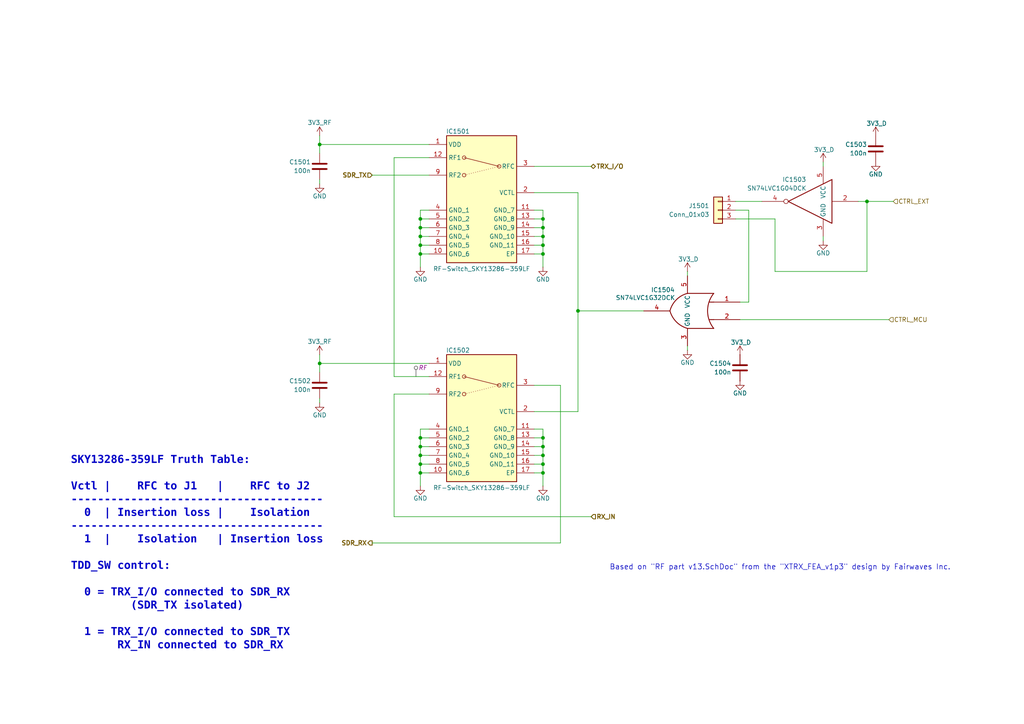
<source format=kicad_sch>
(kicad_sch (version 20231120) (generator "eeschema") (generator_version "8.0")
  (paper "A4")
  (title_block (title "RFE") (date "2024-06-01") (rev "A1") (company "LibreCellular Project - https://librecellular.org/") (comment 1 "Drawn: OK") (comment 2 "Checked: x"))
  (lib_symbols
    (symbol "74xGxx:74LVC1G04"
      (property "Reference" "IC1503" (at 3.302 6.35 0))
      (property "Value" "SN74LVC1G04DCK" (at 8.382 3.81 0))
      (symbol "74LVC1G04_1_1"
        (polyline (pts (xy -7.62 6.35) (xy -7.62 -6.35) (xy 5.08 0) (xy -7.62 6.35)) (stroke (width 0.254)))
        (pin input line (at -15.24 0 0) (length 7.62) (name "~") (number "2"))
        (pin power_in line (at -5.08 -10.16 90) (length 5.08) (name "GND") (number "3"))
        (pin output inverted (at 12.7 0 180) (length 7.62) (name "~") (number "4"))
        (pin power_in line (at -5.08 10.16 270) (length 5.08) (name "VCC") (number "5"))
      )
    )
    (symbol "74xGxx:74LVC1G32"
      (property "Reference" "U" (at -5.08 7.62 0))
      (property "Value" "74LVC1G32" (at 7.62 -7.62 0))
      (symbol "74LVC1G32_0_1"
        (arc (start -7.62 -5.08) (mid -5.838 0) (end -7.62 5.08) (stroke (width 0.254)))
        (arc (start 0 -5.08) (mid 3.1986 -3.2054) (end 5.08 0) (stroke (width 0.254)))
        (polyline (pts (xy -7.62 -2.54) (xy -6.35 -2.54)) (stroke (width 0.254)) (fill (type background)))
        (polyline (pts (xy -7.62 2.54) (xy -6.35 2.54)) (stroke (width 0.254)) (fill (type background)))
        (polyline (pts (xy 0 -5.08) (xy -7.62 -5.08)) (stroke (width 0.254)) (fill (type background)))
        (polyline (pts (xy 0 5.08) (xy -7.62 5.08)) (stroke (width 0.254)) (fill (type background)))
        (arc (start 5.08 0) (mid 3.2238 3.2304) (end 0 5.08) (stroke (width 0.254)))
      )
      (symbol "74LVC1G32_1_1"
        (pin input line (at -15.24 2.54 0) (length 7.62) (name "~") (number "1"))
        (pin input line (at -15.24 -2.54 0) (length 7.62) (name "~") (number "2"))
        (pin power_in line (at 0 -10.16 90) (length 5.08) (name "GND") (number "3"))
        (pin output line (at 12.7 0 180) (length 7.62) (name "~") (number "4"))
        (pin power_in line (at 0 10.16 270) (length 5.08) (name "VCC") (number "5"))
      )
    )
    (symbol "Connector_Generic:Conn_01x03" (pin_names (offset 1.016) hide)
      (property "Reference" "J" (at 0 5.08 0))
      (property "Value" "Conn_01x03" (at 0 -5.08 0))
      (symbol "Conn_01x03_1_1"
        (rectangle (start -1.27 -2.413) (end 0 -2.667) (stroke (width 0.1524)))
        (rectangle (start -1.27 0.127) (end 0 -0.127) (stroke (width 0.1524)))
        (rectangle (start -1.27 2.667) (end 0 2.413) (stroke (width 0.1524)))
        (rectangle (start -1.27 3.81) (end 1.27 -3.81) (stroke (width 0.254)) (fill (type background)))
        (pin passive line (at -5.08 2.54 0) (length 3.81) (name "Pin_1") (number "1"))
        (pin passive line (at -5.08 0 0) (length 3.81) (name "Pin_2") (number "2"))
        (pin passive line (at -5.08 -2.54 0) (length 3.81) (name "Pin_3") (number "3"))
      )
    )
    (symbol "Device:C" (pin_numbers hide) (pin_names (offset 0.254))
      (property "Reference" "C" (at 0.635 2.54 0))
      (property "Value" "C" (at 0.635 -2.54 0))
      (symbol "C_0_1"
        (polyline (pts (xy -2.032 -0.762) (xy 2.032 -0.762)) (stroke (width 0.508)))
        (polyline (pts (xy -2.032 0.762) (xy 2.032 0.762)) (stroke (width 0.508)))
      )
      (symbol "C_1_1"
        (pin passive line (at 0 3.81 270) (length 2.794) (name "~") (number "1"))
        (pin passive line (at 0 -3.81 90) (length 2.794) (name "~") (number "2"))
      )
    )
    (symbol "LC_RFE:RF-Switch_SKY13286-359LF"
      (property "Reference" "IC?" (at -8.89 20.32 0))
      (property "Value" "RF-Switch_SKY13286-359LF" (at 0 -19.558 0))
      (symbol "RF-Switch_SKY13286-359LF_0_1"
        (circle (center -5.08 7.62) (radius 0.508))
        (circle (center -5.08 12.7) (radius 0.508))
        (polyline (pts (xy 5.08 10.16) (xy -5.08 7.62)) (stroke (width 0) (type dot)))
        (polyline (pts (xy 5.08 10.16) (xy -5.08 12.7)))
        (circle (center 5.08 10.16) (radius 0.508))
      )
      (symbol "RF-Switch_SKY13286-359LF_1_1"
        (rectangle (start -10.16 19.05) (end 10.16 -17.78) (stroke (width 0.254)) (fill (type background)))
        (pin passive line (at -15.24 16.51 0) (length 5.08) (name "VDD") (number "1"))
        (pin passive line (at -15.24 -15.24 0) (length 5.08) (name "GND_6") (number "10"))
        (pin passive line (at 15.24 -2.54 180) (length 5.08) (name "GND_7") (number "11"))
        (pin passive line (at -15.24 12.7 0) (length 5.08) (name "RF1") (number "12"))
        (pin passive line (at 15.24 -5.08 180) (length 5.08) (name "GND_8") (number "13"))
        (pin passive line (at 15.24 -7.62 180) (length 5.08) (name "GND_9") (number "14"))
        (pin passive line (at 15.24 -10.16 180) (length 5.08) (name "GND_10") (number "15"))
        (pin passive line (at 15.24 -12.7 180) (length 5.08) (name "GND_11") (number "16"))
        (pin passive line (at 15.24 -15.24 180) (length 5.08) (name "EP") (number "17"))
        (pin passive line (at 15.24 2.54 180) (length 5.08) (name "VCTL") (number "2"))
        (pin passive line (at 15.24 10.16 180) (length 5.08) (name "RFC") (number "3"))
        (pin passive line (at -15.24 -2.54 0) (length 5.08) (name "GND_1") (number "4"))
        (pin passive line (at -15.24 -5.08 0) (length 5.08) (name "GND_2") (number "5"))
        (pin passive line (at -15.24 -7.62 0) (length 5.08) (name "GND_3") (number "6"))
        (pin passive line (at -15.24 -10.16 0) (length 5.08) (name "GND_4") (number "7"))
        (pin passive line (at -15.24 -12.7 0) (length 5.08) (name "GND_5") (number "8"))
        (pin passive line (at -15.24 7.62 0) (length 5.08) (name "RF2") (number "9"))
      )
    )
    (symbol "power:+3.3VA" (power) (pin_numbers hide) (pin_names (offset 0) hide)
      (property "Value" "+3.3VA" (at 0 3.556 0))
      (symbol "+3.3VA_0_1"
        (polyline (pts (xy -0.762 1.27) (xy 0 2.54)))
        (polyline (pts (xy 0 0) (xy 0 2.54)))
        (polyline (pts (xy 0 2.54) (xy 0.762 1.27)))
      )
      (symbol "+3.3VA_1_1"
        (pin power_in line (at 0 0 90) (length 0) (name "~") (number "1"))
      )
    )
    (symbol "power:+3V3" (power) (pin_numbers hide) (pin_names (offset 0) hide)
      (property "Value" "+3V3" (at 0 3.556 0))
      (symbol "+3V3_0_1"
        (polyline (pts (xy -0.762 1.27) (xy 0 2.54)))
        (polyline (pts (xy 0 0) (xy 0 2.54)))
        (polyline (pts (xy 0 2.54) (xy 0.762 1.27)))
      )
      (symbol "+3V3_1_1"
        (pin power_in line (at 0 0 90) (length 0) (name "~") (number "1"))
      )
    )
    (symbol "power:GND" (power) (pin_numbers hide) (pin_names (offset 0) hide)
      (property "Value" "GND" (at 0 -3.81 0))
      (symbol "GND_0_1"
        (polyline (pts (xy 0 0) (xy 0 -1.27) (xy 1.27 -1.27) (xy 0 -2.54) (xy -1.27 -1.27) (xy 0 -1.27)))
      )
      (symbol "GND_1_1"
        (pin power_in line (at 0 0 270) (length 0) (name "~") (number "1"))
      )
    )
  )
  (junction (at 251.46 58.42))
  (junction (at 121.92 71.12))
  (junction (at 121.92 132.08))
  (junction (at 167.64 90.17))
  (junction (at 157.48 68.58))
  (junction (at 121.92 66.04))
  (junction (at 157.48 134.62))
  (junction (at 92.71 105.41))
  (junction (at 157.48 137.16))
  (junction (at 157.48 129.54))
  (junction (at 157.48 63.5))
  (junction (at 157.48 71.12))
  (junction (at 121.92 63.5))
  (junction (at 121.92 137.16))
  (junction (at 157.48 132.08))
  (junction (at 92.71 41.91))
  (junction (at 157.48 66.04))
  (junction (at 121.92 68.58))
  (junction (at 121.92 134.62))
  (junction (at 157.48 127))
  (junction (at 121.92 73.66))
  (junction (at 157.48 73.66))
  (junction (at 121.92 127))
  (junction (at 121.92 129.54))
  (wire (pts (xy 121.92 127) (xy 124.46 127)))
  (wire (pts (xy 162.56 111.76) (xy 162.56 157.48)))
  (wire (pts (xy 92.71 41.91) (xy 124.46 41.91)))
  (wire (pts (xy 251.46 78.74) (xy 251.46 58.42)))
  (wire (pts (xy 167.64 90.17) (xy 167.64 119.38)))
  (wire (pts (xy 92.71 102.87) (xy 92.71 105.41)))
  (wire (pts (xy 157.48 134.62) (xy 157.48 137.16)))
  (wire (pts (xy 157.48 66.04) (xy 157.48 68.58)))
  (wire (pts (xy 124.46 60.96) (xy 121.92 60.96)))
  (wire (pts (xy 154.94 60.96) (xy 157.48 60.96)))
  (wire (pts (xy 124.46 105.41) (xy 92.71 105.41)))
  (wire (pts (xy 121.92 134.62) (xy 124.46 134.62)))
  (wire (pts (xy 154.94 127) (xy 157.48 127)))
  (wire (pts (xy 157.48 71.12) (xy 157.48 73.66)))
  (wire (pts (xy 121.92 71.12) (xy 121.92 73.66)))
  (wire (pts (xy 251.46 58.42) (xy 248.92 58.42)))
  (wire (pts (xy 121.92 63.5) (xy 124.46 63.5)))
  (wire (pts (xy 121.92 66.04) (xy 124.46 66.04)))
  (wire (pts (xy 217.17 87.63) (xy 214.63 87.63)))
  (wire (pts (xy 224.79 78.74) (xy 251.46 78.74)))
  (wire (pts (xy 154.94 129.54) (xy 157.48 129.54)))
  (wire (pts (xy 213.36 60.96) (xy 217.17 60.96)))
  (wire (pts (xy 154.94 68.58) (xy 157.48 68.58)))
  (wire (pts (xy 121.92 66.04) (xy 121.92 68.58)))
  (wire (pts (xy 92.71 105.41) (xy 92.71 107.95)))
  (wire (pts (xy 114.3 45.72) (xy 124.46 45.72)))
  (wire (pts (xy 92.71 53.34) (xy 92.71 52.07)))
  (wire (pts (xy 154.94 63.5) (xy 157.48 63.5)))
  (wire (pts (xy 238.76 46.99) (xy 238.76 48.26)))
  (wire (pts (xy 121.92 68.58) (xy 121.92 71.12)))
  (wire (pts (xy 154.94 111.76) (xy 162.56 111.76)))
  (wire (pts (xy 154.94 132.08) (xy 157.48 132.08)))
  (wire (pts (xy 92.71 41.91) (xy 92.71 44.45)))
  (wire (pts (xy 114.3 114.3) (xy 114.3 149.86)))
  (wire (pts (xy 92.71 39.37) (xy 92.71 41.91)))
  (wire (pts (xy 121.92 73.66) (xy 121.92 77.47)))
  (wire (pts (xy 121.92 124.46) (xy 121.92 127)))
  (wire (pts (xy 213.36 63.5) (xy 224.79 63.5)))
  (wire (pts (xy 157.48 124.46) (xy 157.48 127)))
  (wire (pts (xy 154.94 48.26) (xy 171.45 48.26)))
  (wire (pts (xy 154.94 124.46) (xy 157.48 124.46)))
  (wire (pts (xy 171.45 149.86) (xy 114.3 149.86)))
  (wire (pts (xy 107.95 50.8) (xy 124.46 50.8)))
  (wire (pts (xy 121.92 63.5) (xy 121.92 66.04)))
  (wire (pts (xy 124.46 114.3) (xy 114.3 114.3)))
  (wire (pts (xy 238.76 69.85) (xy 238.76 68.58)))
  (wire (pts (xy 224.79 63.5) (xy 224.79 78.74)))
  (wire (pts (xy 199.39 101.6) (xy 199.39 100.33)))
  (wire (pts (xy 213.36 58.42) (xy 220.98 58.42)))
  (wire (pts (xy 124.46 109.22) (xy 114.3 109.22)))
  (wire (pts (xy 121.92 73.66) (xy 124.46 73.66)))
  (wire (pts (xy 157.48 73.66) (xy 157.48 77.47)))
  (wire (pts (xy 157.48 132.08) (xy 157.48 134.62)))
  (wire (pts (xy 167.64 90.17) (xy 186.69 90.17)))
  (wire (pts (xy 154.94 73.66) (xy 157.48 73.66)))
  (wire (pts (xy 259.08 58.42) (xy 251.46 58.42)))
  (wire (pts (xy 121.92 129.54) (xy 124.46 129.54)))
  (wire (pts (xy 154.94 137.16) (xy 157.48 137.16)))
  (wire (pts (xy 157.48 68.58) (xy 157.48 71.12)))
  (wire (pts (xy 167.64 55.88) (xy 167.64 90.17)))
  (wire (pts (xy 121.92 127) (xy 121.92 129.54)))
  (wire (pts (xy 92.71 116.84) (xy 92.71 115.57)))
  (wire (pts (xy 121.92 137.16) (xy 121.92 140.97)))
  (wire (pts (xy 124.46 124.46) (xy 121.92 124.46)))
  (wire (pts (xy 121.92 71.12) (xy 124.46 71.12)))
  (wire (pts (xy 257.81 92.71) (xy 214.63 92.71)))
  (wire (pts (xy 121.92 132.08) (xy 124.46 132.08)))
  (wire (pts (xy 121.92 68.58) (xy 124.46 68.58)))
  (wire (pts (xy 154.94 134.62) (xy 157.48 134.62)))
  (wire (pts (xy 114.3 109.22) (xy 114.3 45.72)))
  (wire (pts (xy 157.48 129.54) (xy 157.48 132.08)))
  (wire (pts (xy 217.17 60.96) (xy 217.17 87.63)))
  (wire (pts (xy 157.48 127) (xy 157.48 129.54)))
  (wire (pts (xy 121.92 129.54) (xy 121.92 132.08)))
  (wire (pts (xy 121.92 132.08) (xy 121.92 134.62)))
  (wire (pts (xy 107.95 157.48) (xy 162.56 157.48)))
  (wire (pts (xy 157.48 60.96) (xy 157.48 63.5)))
  (wire (pts (xy 157.48 137.16) (xy 157.48 140.97)))
  (wire (pts (xy 121.92 137.16) (xy 124.46 137.16)))
  (wire (pts (xy 154.94 119.38) (xy 167.64 119.38)))
  (wire (pts (xy 121.92 60.96) (xy 121.92 63.5)))
  (wire (pts (xy 154.94 71.12) (xy 157.48 71.12)))
  (wire (pts (xy 199.39 78.74) (xy 199.39 80.01)))
  (wire (pts (xy 157.48 63.5) (xy 157.48 66.04)))
  (wire (pts (xy 121.92 134.62) (xy 121.92 137.16)))
  (wire (pts (xy 154.94 66.04) (xy 157.48 66.04)))
  (wire (pts (xy 154.94 55.88) (xy 167.64 55.88)))
  (text "Based on \"RF part v13.SchDoc\" from the \"XTRX_FEA_v1p3\" design by Fairwaves Inc." (at 176.784 164.592 0) (effects (font (size 1.524 1.524)) (justify left)))
  (text "SKY13286-359LF Truth Table:\n\nVctl |    RFC to J1   |    RFC to J2\n--------------------------------------\n  0  | Insertion loss |    Isolation\n--------------------------------------\n  1  |    Isolation   | Insertion loss\n\nTDD_SW control:\n\n  0 = TRX_I/O connected to SDR_RX\n         (SDR_TX isolated)\n\n  1 = TRX_I/O connected to SDR_TX\n       RX_IN connected to SDR_RX" (at 20.574 161.036 0) (effects (font (size 2.286 2.286) (thickness 0.4064) (bold yes)) (justify left)))
  (hierarchical_label "SDR_RX" (shape output) (at 107.95 157.48 180) (effects (font (bold yes))))
  (hierarchical_label "CTRL_MCU" (shape input) (at 257.81 92.71 0))
  (hierarchical_label "RX_IN" (shape input) (at 171.45 149.86 0) (effects (font (bold yes))))
  (hierarchical_label "CTRL_EXT" (shape input) (at 259.08 58.42 0))
  (hierarchical_label "SDR_TX" (shape input) (at 107.95 50.8 180) (effects (font (bold yes))))
  (hierarchical_label "TRX_I{slash}O" (shape bidirectional) (at 171.45 48.26 0) (effects (font (bold yes))))
  (netclass_flag "" (length 2.54) (shape round) (at 120.65 109.22 0) (property "Netclass" "RF" (at 121.3485 106.68 0) (effects (font (italic yes)) (justify left))))
  (symbol (lib_id "LC_RFE:RF-Switch_SKY13286-359LF") (at 139.7 58.42 0) (unit 1)
    (property "Reference" "IC1501" (at 132.842 38.1 0))
    (property "Value" "RF-Switch_SKY13286-359LF" (at 139.7 77.978 0))
    (property "Footprint" "LC_RFE:QFN65P400X400X100-17N-D" (effects (hide yes)))
    (property "Datasheet" "https://www.skyworksinc.com/-/media/SkyWorks/Documents/Products/101-200/SKY13286_359LF_200570K.pdf" (effects (hide yes)))
    (property "Description" "100 MHz-6 GHz GaAs High Isolation SPDT Non-Reflective Switch" (effects (hide yes)))
    (property "Height" "1" (effects (hide yes)))
    (property "Manufacturer_Name" "Skyworks" (effects (hide yes)))
    (property "Manufacturer_Part_Number" "SKY13286-359LF" (effects (hide yes)))
    (property "JLCASSY" "C3304168" (effects (hide yes)))
    (instances (project "LC_RFE-RevA1" (path "" (reference "IC1501") (unit 1)) (path "" (reference "IC1601") (unit 1))))
  )
  (symbol (lib_id "power:+3.3VA") (at 92.71 102.87 0) (unit 1)
    (property "Reference" "#PWR01521" (effects (hide yes)))
    (property "Value" "3V3_RF" (at 92.71 99.06 0))
    (property "Description" "Power symbol creates a global label with name \"+3.3VA\"" (effects (hide yes)))
    (instances (project "LC_RFE-RevA1" (path "" (reference "#PWR01521") (unit 1)) (path "" (reference "#PWR01621") (unit 1))))
  )
  (symbol (lib_id "74xGxx:74LVC1G32") (at 199.39 90.17 0) (mirror y) (unit 1)
    (property "Reference" "IC1504" (at 192.278 84.074 0))
    (property "Value" "SN74LVC1G32DCK" (at 187.198 86.36 0))
    (property "Footprint" "Package_TO_SOT_SMD:SOT-353_SC-70-5" (effects (hide yes)))
    (property "Datasheet" "http://www.ti.com/lit/sg/scyt129e/scyt129e.pdf" (effects (hide yes)))
    (property "Description" "Single OR Gate, Low-Voltage CMOS" (effects (hide yes)))
    (property "JLCASSY" "C7840" (effects (hide yes)))
    (instances (project "LC_RFE-RevA1" (path "" (reference "IC1504") (unit 1)) (path "" (reference "IC1604") (unit 1))))
  )
  (symbol (lib_id "power:+3V3") (at 199.39 78.74 0) (mirror y) (unit 1)
    (property "Reference" "#PWR01511" (effects (hide yes)))
    (property "Value" "3V3_D" (at 199.644 75.184 0))
    (property "Description" "Power symbol creates a global label with name \"+3V3\"" (effects (hide yes)))
    (instances (project "LC_RFE-RevA1" (path "" (reference "#PWR01511") (unit 1)) (path "" (reference "#PWR01604") (unit 1))))
  )
  (symbol (lib_id "power:GND") (at 214.63 110.49 0) (unit 1)
    (property "Reference" "#PWR01514" (effects (hide yes)))
    (property "Value" "GND" (at 214.63 114.046 0))
    (property "Description" "Power symbol creates a global label with name \"GND\" , ground" (effects (hide yes)))
    (instances (project "LC_RFE-RevA1" (path "" (reference "#PWR01514") (unit 1)) (path "" (reference "#PWR01608") (unit 1))))
  )
  (symbol (lib_id "Device:C") (at 92.71 48.26 0) (mirror y) (unit 1)
    (property "Reference" "C1501" (at 90.17 46.99 0) (effects (justify left)))
    (property "Value" "100n" (at 90.17 49.53 0) (effects (justify left)))
    (property "Footprint" "Capacitor_SMD:C_0402_1005Metric" (effects (hide yes)))
    (property "Description" "Unpolarized capacitor" (effects (hide yes)))
    (property "JLCASSY" "C307331" (effects (hide yes)))
    (instances (project "LC_RFE-RevA1" (path "" (reference "C1501") (unit 1)) (path "" (reference "C1601") (unit 1))))
  )
  (symbol (lib_id "74xGxx:74LVC1G04") (at 233.68 58.42 0) (mirror y) (unit 1)
    (property "Reference" "IC1503" (at 230.378 52.07 0))
    (property "Value" "SN74LVC1G04DCK" (at 225.298 54.61 0))
    (property "Footprint" "Package_TO_SOT_SMD:SOT-353_SC-70-5" (effects (hide yes)))
    (property "Datasheet" "https://www.ti.com/lit/ds/symlink/sn74lvc1g04.pdf" (effects (hide yes)))
    (property "Description" "Single NOT Gate, Low-Voltage CMOS" (effects (hide yes)))
    (property "JLCASSY" "C8207" (effects (hide yes)))
    (instances (project "LC_RFE-RevA1" (path "" (reference "IC1503") (unit 1)) (path "" (reference "IC1603") (unit 1))))
  )
  (symbol (lib_id "power:GND") (at 121.92 140.97 0) (unit 1)
    (property "Reference" "#PWR01523" (effects (hide yes)))
    (property "Value" "GND" (at 121.92 144.526 0))
    (property "Description" "Power symbol creates a global label with name \"GND\" , ground" (effects (hide yes)))
    (instances (project "LC_RFE-RevA1" (path "" (reference "#PWR01523") (unit 1)) (path "" (reference "#PWR01623") (unit 1))))
  )
  (symbol (lib_id "Device:C") (at 92.71 111.76 0) (mirror y) (unit 1)
    (property "Reference" "C1502" (at 90.17 110.49 0) (effects (justify left)))
    (property "Value" "100n" (at 90.17 113.03 0) (effects (justify left)))
    (property "Footprint" "Capacitor_SMD:C_0402_1005Metric" (effects (hide yes)))
    (property "Description" "Unpolarized capacitor" (effects (hide yes)))
    (property "JLCASSY" "C307331" (effects (hide yes)))
    (instances (project "LC_RFE-RevA1" (path "" (reference "C1502") (unit 1)) (path "" (reference "C1602") (unit 1))))
  )
  (symbol (lib_id "power:GND") (at 92.71 53.34 0) (unit 1)
    (property "Reference" "#PWR01518" (effects (hide yes)))
    (property "Value" "GND" (at 92.71 56.896 0))
    (property "Description" "Power symbol creates a global label with name \"GND\" , ground" (effects (hide yes)))
    (instances (project "LC_RFE-RevA1" (path "" (reference "#PWR01518") (unit 1)) (path "" (reference "#PWR01618") (unit 1))))
  )
  (symbol (lib_id "power:GND") (at 121.92 77.47 0) (unit 1)
    (property "Reference" "#PWR01519" (effects (hide yes)))
    (property "Value" "GND" (at 121.92 81.026 0))
    (property "Description" "Power symbol creates a global label with name \"GND\" , ground" (effects (hide yes)))
    (instances (project "LC_RFE-RevA1" (path "" (reference "#PWR01519") (unit 1)) (path "" (reference "#PWR01619") (unit 1))))
  )
  (symbol (lib_id "Connector_Generic:Conn_01x03") (at 208.28 60.96 0) (mirror y) (unit 1)
    (property "Reference" "J1501" (at 205.74 59.6899 0) (effects (justify left)))
    (property "Value" "Conn_01x03" (at 205.74 62.2299 0) (effects (justify left)))
    (property "Footprint" "Connector_PinHeader_2.54mm:PinHeader_1x03_P2.54mm_Vertical" (effects (hide yes)))
    (property "Description" "Generic connector, single row, 01x03, script generated (kicad-library-utils/schlib/autogen/connector/)" (effects (hide yes)))
    (instances (project "LC_RFE-RevA1" (path "" (reference "J1501") (unit 1)) (path "" (reference "J1601") (unit 1))))
  )
  (symbol (lib_id "power:GND") (at 254 46.99 0) (unit 1)
    (property "Reference" "#PWR01516" (effects (hide yes)))
    (property "Value" "GND" (at 254 50.546 0))
    (property "Description" "Power symbol creates a global label with name \"GND\" , ground" (effects (hide yes)))
    (instances (project "LC_RFE-RevA1" (path "" (reference "#PWR01516") (unit 1)) (path "" (reference "#PWR01616") (unit 1))))
  )
  (symbol (lib_id "Device:C") (at 254 43.18 0) (mirror y) (unit 1)
    (property "Reference" "C1503" (at 251.46 41.91 0) (effects (justify left)))
    (property "Value" "100n" (at 251.46 44.45 0) (effects (justify left)))
    (property "Footprint" "Capacitor_SMD:C_0402_1005Metric" (effects (hide yes)))
    (property "Description" "Unpolarized capacitor" (effects (hide yes)))
    (property "JLCASSY" "C307331" (effects (hide yes)))
    (instances (project "LC_RFE-RevA1" (path "" (reference "C1503") (unit 1)) (path "" (reference "C1603") (unit 1))))
  )
  (symbol (lib_id "power:GND") (at 157.48 77.47 0) (unit 1)
    (property "Reference" "#PWR01520" (effects (hide yes)))
    (property "Value" "GND" (at 157.48 81.026 0))
    (property "Description" "Power symbol creates a global label with name \"GND\" , ground" (effects (hide yes)))
    (instances (project "LC_RFE-RevA1" (path "" (reference "#PWR01520") (unit 1)) (path "" (reference "#PWR01620") (unit 1))))
  )
  (symbol (lib_id "power:GND") (at 157.48 140.97 0) (unit 1)
    (property "Reference" "#PWR01524" (effects (hide yes)))
    (property "Value" "GND" (at 157.48 144.526 0))
    (property "Description" "Power symbol creates a global label with name \"GND\" , ground" (effects (hide yes)))
    (instances (project "LC_RFE-RevA1" (path "" (reference "#PWR01524") (unit 1)) (path "" (reference "#PWR01624") (unit 1))))
  )
  (symbol (lib_id "power:GND") (at 199.39 101.6 0) (unit 1)
    (property "Reference" "#PWR01512" (effects (hide yes)))
    (property "Value" "GND" (at 199.39 105.156 0))
    (property "Description" "Power symbol creates a global label with name \"GND\" , ground" (effects (hide yes)))
    (instances (project "LC_RFE-RevA1" (path "" (reference "#PWR01512") (unit 1)) (path "" (reference "#PWR01605") (unit 1))))
  )
  (symbol (lib_id "power:+3V3") (at 238.76 46.99 0) (mirror y) (unit 1)
    (property "Reference" "#PWR01509" (effects (hide yes)))
    (property "Value" "3V3_D" (at 239.014 43.434 0))
    (property "Description" "Power symbol creates a global label with name \"+3V3\"" (effects (hide yes)))
    (instances (project "LC_RFE-RevA1" (path "" (reference "#PWR01509") (unit 1)) (path "" (reference "#PWR01602") (unit 1))))
  )
  (symbol (lib_id "power:+3V3") (at 254 39.37 0) (mirror y) (unit 1)
    (property "Reference" "#PWR01515" (effects (hide yes)))
    (property "Value" "3V3_D" (at 254.254 35.814 0))
    (property "Description" "Power symbol creates a global label with name \"+3V3\"" (effects (hide yes)))
    (instances (project "LC_RFE-RevA1" (path "" (reference "#PWR01515") (unit 1)) (path "" (reference "#PWR01615") (unit 1))))
  )
  (symbol (lib_id "power:GND") (at 238.76 69.85 0) (unit 1)
    (property "Reference" "#PWR01510" (effects (hide yes)))
    (property "Value" "GND" (at 238.76 73.406 0))
    (property "Description" "Power symbol creates a global label with name \"GND\" , ground" (effects (hide yes)))
    (instances (project "LC_RFE-RevA1" (path "" (reference "#PWR01510") (unit 1)) (path "" (reference "#PWR01603") (unit 1))))
  )
  (symbol (lib_id "Device:C") (at 214.63 106.68 0) (mirror y) (unit 1)
    (property "Reference" "C1504" (at 212.09 105.41 0) (effects (justify left)))
    (property "Value" "100n" (at 212.09 107.95 0) (effects (justify left)))
    (property "Footprint" "Capacitor_SMD:C_0402_1005Metric" (effects (hide yes)))
    (property "Description" "Unpolarized capacitor" (effects (hide yes)))
    (property "JLCASSY" "C307331" (effects (hide yes)))
    (instances (project "LC_RFE-RevA1" (path "" (reference "C1504") (unit 1)) (path "" (reference "C1604") (unit 1))))
  )
  (symbol (lib_id "power:+3V3") (at 214.63 102.87 0) (mirror y) (unit 1)
    (property "Reference" "#PWR01513" (effects (hide yes)))
    (property "Value" "3V3_D" (at 214.884 99.314 0))
    (property "Description" "Power symbol creates a global label with name \"+3V3\"" (effects (hide yes)))
    (instances (project "LC_RFE-RevA1" (path "" (reference "#PWR01513") (unit 1)) (path "" (reference "#PWR01606") (unit 1))))
  )
  (symbol (lib_id "LC_RFE:RF-Switch_SKY13286-359LF") (at 139.7 121.92 0) (unit 1)
    (property "Reference" "IC1502" (at 132.842 101.6 0))
    (property "Value" "RF-Switch_SKY13286-359LF" (at 139.7 141.478 0))
    (property "Footprint" "LC_RFE:QFN65P400X400X100-17N-D" (effects (hide yes)))
    (property "Datasheet" "https://www.skyworksinc.com/-/media/SkyWorks/Documents/Products/101-200/SKY13286_359LF_200570K.pdf" (effects (hide yes)))
    (property "Description" "100 MHz-6 GHz GaAs High Isolation SPDT Non-Reflective Switch" (effects (hide yes)))
    (property "Height" "1" (effects (hide yes)))
    (property "Manufacturer_Name" "Skyworks" (effects (hide yes)))
    (property "Manufacturer_Part_Number" "SKY13286-359LF" (effects (hide yes)))
    (property "JLCASSY" "C3304168" (effects (hide yes)))
    (instances (project "LC_RFE-RevA1" (path "" (reference "IC1502") (unit 1)) (path "" (reference "IC1602") (unit 1))))
  )
  (symbol (lib_id "power:GND") (at 92.71 116.84 0) (unit 1)
    (property "Reference" "#PWR01522" (effects (hide yes)))
    (property "Value" "GND" (at 92.71 120.396 0))
    (property "Description" "Power symbol creates a global label with name \"GND\" , ground" (effects (hide yes)))
    (instances (project "LC_RFE-RevA1" (path "" (reference "#PWR01522") (unit 1)) (path "" (reference "#PWR01622") (unit 1))))
  )
  (symbol (lib_id "power:+3.3VA") (at 92.71 39.37 0) (unit 1)
    (property "Reference" "#PWR01517" (effects (hide yes)))
    (property "Value" "3V3_RF" (at 92.71 35.56 0))
    (property "Description" "Power symbol creates a global label with name \"+3.3VA\"" (effects (hide yes)))
    (instances (project "LC_RFE-RevA1" (path "" (reference "#PWR01517") (unit 1)) (path "" (reference "#PWR01617") (unit 1))))
  )
)
</source>
